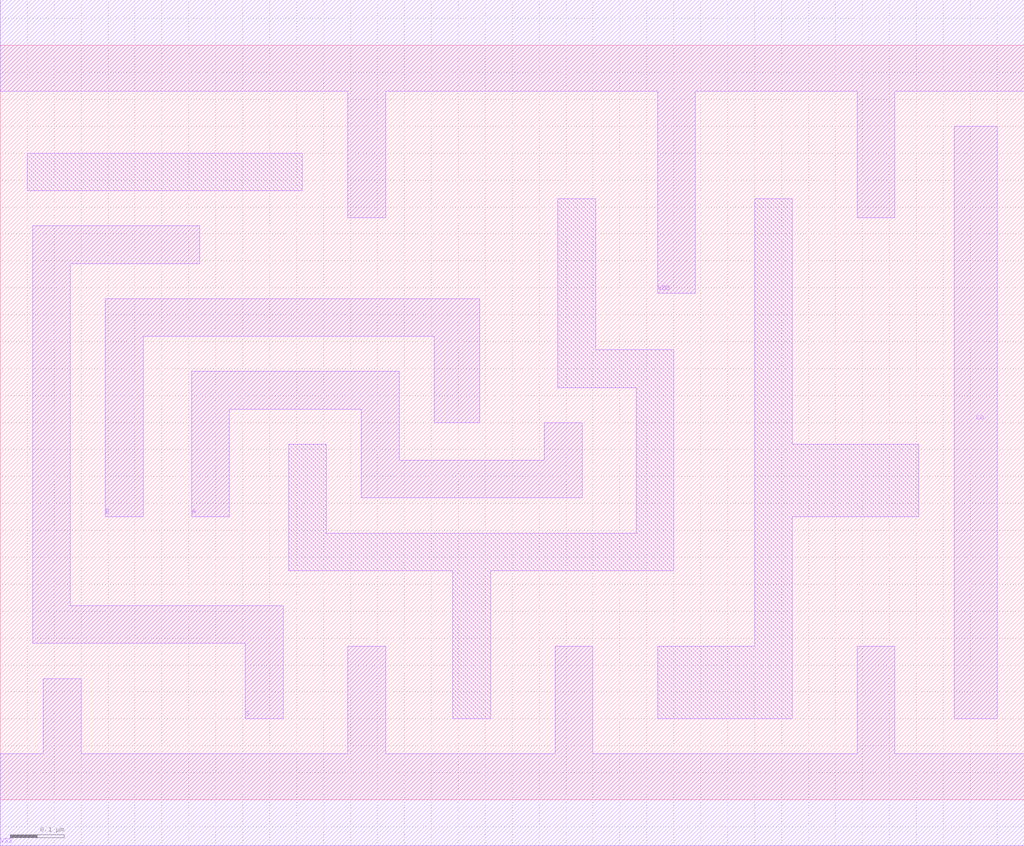
<source format=lef>
# 
# ******************************************************************************
# *                                                                            *
# *                   Copyright (C) 2004-2010, Nangate Inc.                    *
# *                           All rights reserved.                             *
# *                                                                            *
# * Nangate and the Nangate logo are trademarks of Nangate Inc.                *
# *                                                                            *
# * All trademarks, logos, software marks, and trade names (collectively the   *
# * "Marks") in this program are proprietary to Nangate or other respective    *
# * owners that have granted Nangate the right and license to use such Marks.  *
# * You are not permitted to use the Marks without the prior written consent   *
# * of Nangate or such third party that may own the Marks.                     *
# *                                                                            *
# * This file has been provided pursuant to a License Agreement containing     *
# * restrictions on its use. This file contains valuable trade secrets and     *
# * proprietary information of Nangate Inc., and is protected by U.S. and      *
# * international laws and/or treaties.                                        *
# *                                                                            *
# * The copyright notice(s) in this file does not indicate actual or intended  *
# * publication of this file.                                                  *
# *                                                                            *
# *     NGLibraryCreator, v2010.08-HR32-SP3-2010-08-05 - build 1009061800      *
# *                                                                            *
# ******************************************************************************
# 
# 
# Running on brazil06.nangate.com.br for user Giancarlo Franciscatto (gfr).
# Local time is now Fri, 3 Dec 2010, 19:32:18.
# Main process id is 27821.

VERSION 5.6 ;
BUSBITCHARS "[]" ;
DIVIDERCHAR "/" ;

MACRO HA_X1
  CLASS core ;
  FOREIGN HA_X1 0.0 0.0 ;
  ORIGIN 0 0 ;
  SYMMETRY X Y ;
  SITE FreePDK45_38x28_10R_NP_162NW_34O ;
  SIZE 1.9 BY 1.4 ;
  PIN A
    DIRECTION INPUT ;
    ANTENNAPARTIALMETALAREA 0.0812 LAYER metal1 ;
    ANTENNAPARTIALMETALSIDEAREA 0.3198 LAYER metal1 ;
    ANTENNAGATEAREA 0.10475 ;
    PORT
      LAYER metal1 ;
        POLYGON 0.355 0.525 0.425 0.525 0.425 0.725 0.67 0.725 0.67 0.56 1.08 0.56 1.08 0.7 1.01 0.7 1.01 0.63 0.74 0.63 0.74 0.795 0.355 0.795  ;
    END
  END A
  PIN B
    DIRECTION INPUT ;
    ANTENNAPARTIALMETALAREA 0.0857 LAYER metal1 ;
    ANTENNAPARTIALMETALSIDEAREA 0.3276 LAYER metal1 ;
    ANTENNAGATEAREA 0.10475 ;
    PORT
      LAYER metal1 ;
        POLYGON 0.195 0.525 0.265 0.525 0.265 0.86 0.805 0.86 0.805 0.7 0.89 0.7 0.89 0.93 0.195 0.93  ;
    END
  END B
  PIN CO
    DIRECTION OUTPUT ;
    ANTENNAPARTIALMETALAREA 0.088 LAYER metal1 ;
    ANTENNAPARTIALMETALSIDEAREA 0.3068 LAYER metal1 ;
    ANTENNADIFFAREA 0.109725 ;
    PORT
      LAYER metal1 ;
        POLYGON 1.77 0.15 1.85 0.15 1.85 1.25 1.77 1.25  ;
    END
  END CO
  PIN S
    DIRECTION OUTPUT ;
    ANTENNAPARTIALMETALAREA 0.1085 LAYER metal1 ;
    ANTENNAPARTIALMETALSIDEAREA 0.4212 LAYER metal1 ;
    ANTENNADIFFAREA 0.1463 ;
    PORT
      LAYER metal1 ;
        POLYGON 0.06 0.29 0.455 0.29 0.455 0.15 0.525 0.15 0.525 0.36 0.13 0.36 0.13 0.995 0.37 0.995 0.37 1.065 0.06 1.065  ;
    END
  END S
  PIN VDD
    DIRECTION INOUT ;
    USE power ;
    SHAPE ABUTMENT ;
    PORT
      LAYER metal1 ;
        POLYGON 0 1.315 0.56 1.315 0.645 1.315 0.645 1.08 0.715 1.08 0.715 1.315 1.22 1.315 1.22 0.94 1.25 0.94 1.29 0.94 1.29 1.315 1.59 1.315 1.59 1.08 1.66 1.08 1.66 1.315 1.705 1.315 1.9 1.315 1.9 1.485 1.705 1.485 1.25 1.485 0.56 1.485 0 1.485  ;
    END
  END VDD
  PIN VSS
    DIRECTION INOUT ;
    USE ground ;
    SHAPE ABUTMENT ;
    PORT
      LAYER metal1 ;
        POLYGON 0 -0.085 1.9 -0.085 1.9 0.085 1.66 0.085 1.66 0.285 1.59 0.285 1.59 0.085 1.1 0.085 1.1 0.285 1.03 0.285 1.03 0.085 0.715 0.085 0.715 0.285 0.645 0.285 0.645 0.085 0.15 0.085 0.15 0.225 0.08 0.225 0.08 0.085 0 0.085  ;
    END
  END VSS
  OBS
      LAYER metal1 ;
        POLYGON 0.05 1.13 0.56 1.13 0.56 1.2 0.05 1.2  ;
        POLYGON 1.035 0.765 1.18 0.765 1.18 0.495 0.605 0.495 0.605 0.66 0.535 0.66 0.535 0.425 0.84 0.425 0.84 0.15 0.91 0.15 0.91 0.425 1.25 0.425 1.25 0.835 1.105 0.835 1.105 1.115 1.035 1.115  ;
        POLYGON 1.22 0.15 1.47 0.15 1.47 0.525 1.705 0.525 1.705 0.66 1.47 0.66 1.47 1.115 1.4 1.115 1.4 0.285 1.22 0.285  ;
  END
END HA_X1

END LIBRARY
#
# End of file
#

</source>
